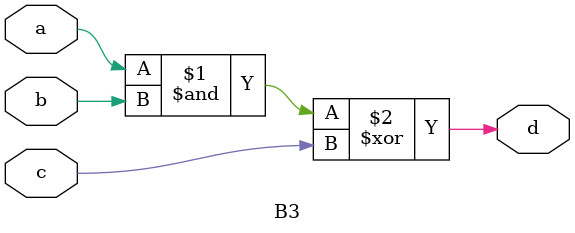
<source format=v>
`timescale 1ns / 1ps

module B3(a,b,c,d
    );


	input a,b,c;
	output d;
	
	assign d = (a & b) ^ c;

endmodule
</source>
